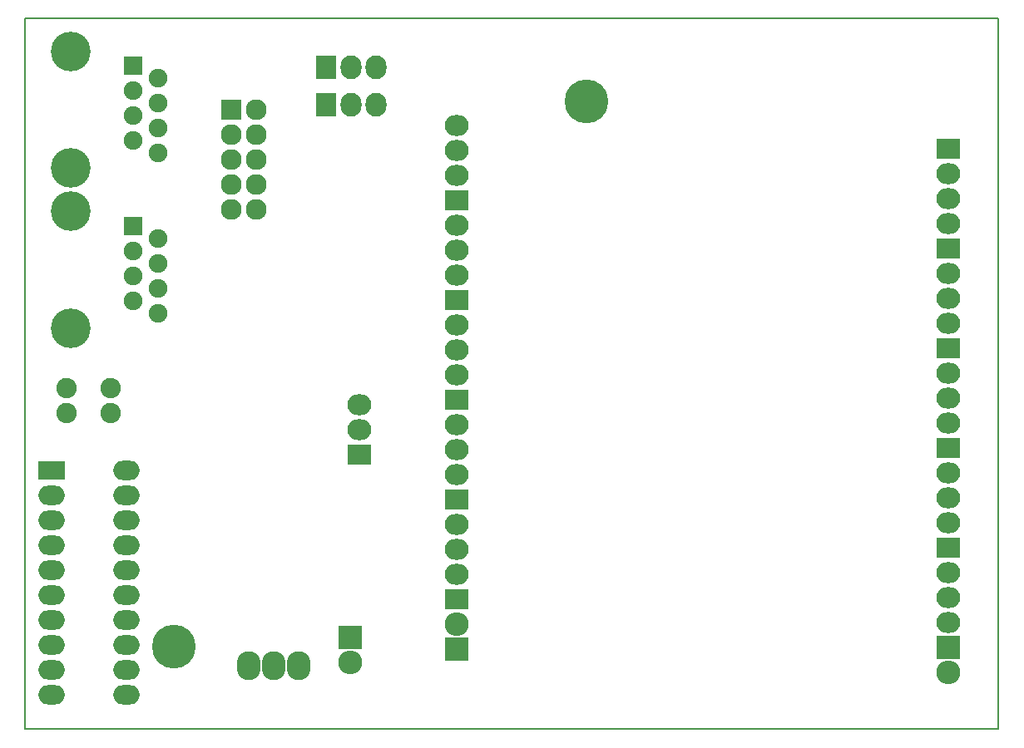
<source format=gts>
G04 #@! TF.FileFunction,Soldermask,Top*
%FSLAX46Y46*%
G04 Gerber Fmt 4.6, Leading zero omitted, Abs format (unit mm)*
G04 Created by KiCad (PCBNEW 0.201501052116+5352~20~ubuntu14.04.1-product) date Di 06 Jan 2015 18:05:51 CET*
%MOMM*%
G01*
G04 APERTURE LIST*
%ADD10C,0.150000*%
%ADD11C,0.200000*%
%ADD12C,4.464000*%
%ADD13C,2.076400*%
%ADD14R,2.432000X2.127200*%
%ADD15O,2.432000X2.127200*%
%ADD16R,2.127200X2.432000*%
%ADD17O,2.127200X2.432000*%
%ADD18R,2.432000X2.432000*%
%ADD19O,2.432000X2.432000*%
%ADD20R,2.686000X1.974800*%
%ADD21O,2.686000X1.974800*%
%ADD22O,2.432000X2.940000*%
%ADD23C,4.049980*%
%ADD24R,1.901140X1.901140*%
%ADD25C,1.901140*%
%ADD26R,2.127200X2.127200*%
%ADD27O,2.127200X2.127200*%
G04 APERTURE END LIST*
D10*
D11*
X124460000Y-24130000D02*
X25400000Y-24130000D01*
X124460000Y-96520000D02*
X124460000Y-24130000D01*
X25400000Y-96520000D02*
X124460000Y-96520000D01*
X25400000Y-24130000D02*
X25400000Y-96520000D01*
D12*
X40500000Y-88100000D03*
X82500000Y-32600000D03*
D13*
X29560000Y-61750000D03*
X29560000Y-64290000D03*
X34060000Y-61750000D03*
X34060000Y-64290000D03*
D14*
X59360000Y-68550000D03*
D15*
X59360000Y-66010000D03*
X59360000Y-63470000D03*
D16*
X55990000Y-29130000D03*
D17*
X58530000Y-29130000D03*
X61070000Y-29130000D03*
D16*
X55990000Y-32880000D03*
D17*
X58530000Y-32880000D03*
X61070000Y-32880000D03*
D18*
X58470000Y-87160000D03*
D19*
X58470000Y-89700000D03*
D14*
X69280000Y-83280000D03*
D15*
X69280000Y-80740000D03*
X69280000Y-78200000D03*
X69280000Y-75660000D03*
D14*
X69280000Y-73120000D03*
D15*
X69280000Y-70580000D03*
X69280000Y-68040000D03*
X69280000Y-65500000D03*
D14*
X119310000Y-67880000D03*
D15*
X119310000Y-70420000D03*
X119310000Y-72960000D03*
X119310000Y-75500000D03*
D14*
X119310000Y-78040000D03*
D15*
X119310000Y-80580000D03*
X119310000Y-83120000D03*
X119310000Y-85660000D03*
D14*
X69280000Y-62960000D03*
D15*
X69280000Y-60420000D03*
X69280000Y-57880000D03*
X69280000Y-55340000D03*
D14*
X69280000Y-52800000D03*
D15*
X69280000Y-50260000D03*
X69280000Y-47720000D03*
X69280000Y-45180000D03*
D14*
X69280000Y-42640000D03*
D15*
X69280000Y-40100000D03*
X69280000Y-37560000D03*
X69280000Y-35020000D03*
D14*
X119310000Y-37400000D03*
D15*
X119310000Y-39940000D03*
X119310000Y-42480000D03*
X119310000Y-45020000D03*
D14*
X119310000Y-47560000D03*
D15*
X119310000Y-50100000D03*
X119310000Y-52640000D03*
X119310000Y-55180000D03*
D14*
X119310000Y-57720000D03*
D15*
X119310000Y-60260000D03*
X119310000Y-62800000D03*
X119310000Y-65340000D03*
D20*
X28090000Y-70170000D03*
D21*
X28090000Y-72710000D03*
X28090000Y-75250000D03*
X28090000Y-77790000D03*
X28090000Y-80330000D03*
X28090000Y-82870000D03*
X28090000Y-85410000D03*
X28090000Y-87950000D03*
X28090000Y-90490000D03*
X28090000Y-93030000D03*
X35710000Y-93030000D03*
X35710000Y-90490000D03*
X35710000Y-87950000D03*
X35710000Y-85410000D03*
X35710000Y-82870000D03*
X35710000Y-80330000D03*
X35710000Y-77790000D03*
X35710000Y-75250000D03*
X35710000Y-72710000D03*
X35710000Y-70170000D03*
D22*
X50670000Y-90030000D03*
X48130000Y-90030000D03*
X53210000Y-90030000D03*
D23*
X30000000Y-55638520D03*
X30000000Y-43769100D03*
D24*
X36350000Y-45255000D03*
D25*
X38890000Y-46525000D03*
X36350000Y-47795000D03*
X38890000Y-49065000D03*
X36350000Y-50335000D03*
X38890000Y-51605000D03*
X36350000Y-52875000D03*
X38890000Y-54145000D03*
D23*
X30000000Y-39338520D03*
X30000000Y-27469100D03*
D24*
X36350000Y-28955000D03*
D25*
X38890000Y-30225000D03*
X36350000Y-31495000D03*
X38890000Y-32765000D03*
X36350000Y-34035000D03*
X38890000Y-35305000D03*
X36350000Y-36575000D03*
X38890000Y-37845000D03*
D18*
X69280000Y-88360000D03*
D19*
X69280000Y-85820000D03*
D18*
X119310000Y-88200000D03*
D19*
X119310000Y-90740000D03*
D26*
X46320000Y-33440000D03*
D27*
X48860000Y-33440000D03*
X46320000Y-35980000D03*
X48860000Y-35980000D03*
X46320000Y-38520000D03*
X48860000Y-38520000D03*
X46320000Y-41060000D03*
X48860000Y-41060000D03*
X46320000Y-43600000D03*
X48860000Y-43600000D03*
M02*

</source>
